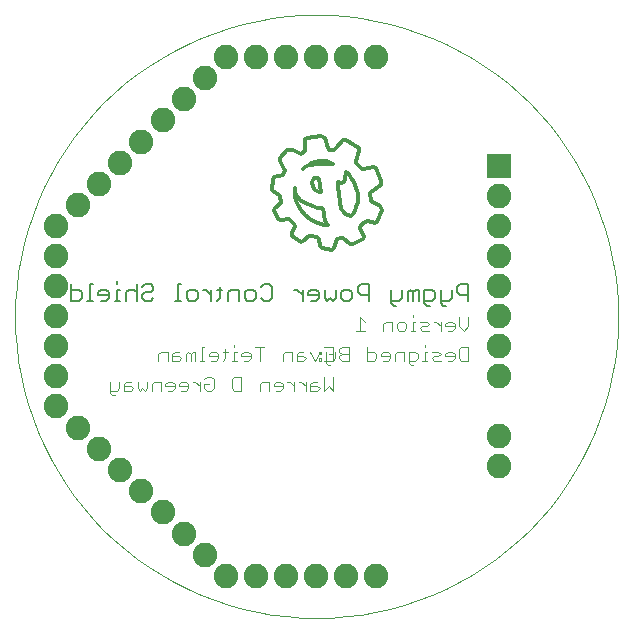
<source format=gbo>
G75*
G70*
%OFA0B0*%
%FSLAX24Y24*%
%IPPOS*%
%LPD*%
%AMOC8*
5,1,8,0,0,1.08239X$1,22.5*
%
%ADD10C,0.0001*%
%ADD11C,0.0040*%
%ADD12C,0.0050*%
%ADD13C,0.0120*%
%ADD14R,0.0740X0.0740*%
%ADD15R,0.0820X0.0820*%
%ADD16C,0.0740*%
%ADD17C,0.0820*%
D10*
X001374Y014507D02*
X001386Y015000D01*
X001422Y015492D01*
X001483Y015982D01*
X001567Y016468D01*
X001675Y016949D01*
X001807Y017424D01*
X001961Y017893D01*
X002139Y018353D01*
X002339Y018804D01*
X002561Y019245D01*
X002804Y019674D01*
X003068Y020090D01*
X003352Y020494D01*
X003655Y020883D01*
X003977Y021256D01*
X004318Y021613D01*
X004675Y021954D01*
X005048Y022276D01*
X005437Y022579D01*
X005841Y022863D01*
X006257Y023127D01*
X006686Y023370D01*
X007127Y023592D01*
X007578Y023792D01*
X008038Y023970D01*
X008507Y024124D01*
X008982Y024256D01*
X009463Y024364D01*
X009949Y024448D01*
X010439Y024509D01*
X010931Y024545D01*
X011424Y024557D01*
X011917Y024545D01*
X012409Y024509D01*
X012899Y024448D01*
X013385Y024364D01*
X013866Y024256D01*
X014341Y024124D01*
X014810Y023970D01*
X015270Y023792D01*
X015721Y023592D01*
X016162Y023370D01*
X016591Y023127D01*
X017007Y022863D01*
X017411Y022579D01*
X017800Y022276D01*
X018173Y021954D01*
X018530Y021613D01*
X018871Y021256D01*
X019193Y020883D01*
X019496Y020494D01*
X019780Y020090D01*
X020044Y019674D01*
X020287Y019245D01*
X020509Y018804D01*
X020709Y018353D01*
X020887Y017893D01*
X021041Y017424D01*
X021173Y016949D01*
X021281Y016468D01*
X021365Y015982D01*
X021426Y015492D01*
X021462Y015000D01*
X021474Y014507D01*
X021462Y014014D01*
X021426Y013522D01*
X021365Y013032D01*
X021281Y012546D01*
X021173Y012065D01*
X021041Y011590D01*
X020887Y011121D01*
X020709Y010661D01*
X020509Y010210D01*
X020287Y009769D01*
X020044Y009340D01*
X019780Y008924D01*
X019496Y008520D01*
X019193Y008131D01*
X018871Y007758D01*
X018530Y007401D01*
X018173Y007060D01*
X017800Y006738D01*
X017411Y006435D01*
X017007Y006151D01*
X016591Y005887D01*
X016162Y005644D01*
X015721Y005422D01*
X015270Y005222D01*
X014810Y005044D01*
X014341Y004890D01*
X013866Y004758D01*
X013385Y004650D01*
X012899Y004566D01*
X012409Y004505D01*
X011917Y004469D01*
X011424Y004457D01*
X010931Y004469D01*
X010439Y004505D01*
X009949Y004566D01*
X009463Y004650D01*
X008982Y004758D01*
X008507Y004890D01*
X008038Y005044D01*
X007578Y005222D01*
X007127Y005422D01*
X006686Y005644D01*
X006257Y005887D01*
X005841Y006151D01*
X005437Y006435D01*
X005048Y006738D01*
X004675Y007060D01*
X004318Y007401D01*
X003977Y007758D01*
X003655Y008131D01*
X003352Y008520D01*
X003068Y008924D01*
X002804Y009340D01*
X002561Y009769D01*
X002339Y010210D01*
X002139Y010661D01*
X001961Y011121D01*
X001807Y011590D01*
X001675Y012065D01*
X001567Y012546D01*
X001483Y013032D01*
X001422Y013522D01*
X001386Y014014D01*
X001374Y014507D01*
D11*
X004542Y012334D02*
X004542Y011951D01*
X004618Y011874D01*
X004695Y011874D01*
X004772Y012027D02*
X004542Y012027D01*
X004772Y012027D02*
X004848Y012104D01*
X004848Y012334D01*
X005002Y012258D02*
X005079Y012334D01*
X005232Y012334D01*
X005232Y012181D02*
X005002Y012181D01*
X005002Y012258D02*
X005002Y012027D01*
X005232Y012027D01*
X005309Y012104D01*
X005232Y012181D01*
X005462Y012104D02*
X005462Y012334D01*
X005462Y012104D02*
X005539Y012027D01*
X005616Y012104D01*
X005692Y012027D01*
X005769Y012104D01*
X005769Y012334D01*
X005923Y012258D02*
X005923Y012027D01*
X005923Y012258D02*
X005999Y012334D01*
X006230Y012334D01*
X006230Y012027D01*
X006383Y012181D02*
X006690Y012181D01*
X006690Y012258D02*
X006613Y012334D01*
X006460Y012334D01*
X006383Y012258D01*
X006383Y012181D01*
X006460Y012027D02*
X006613Y012027D01*
X006690Y012104D01*
X006690Y012258D01*
X006843Y012258D02*
X006920Y012334D01*
X007074Y012334D01*
X007150Y012258D01*
X007150Y012104D01*
X007074Y012027D01*
X006920Y012027D01*
X006843Y012181D02*
X007150Y012181D01*
X007304Y012334D02*
X007380Y012334D01*
X007534Y012181D01*
X007534Y012334D02*
X007534Y012027D01*
X007687Y012104D02*
X007687Y012258D01*
X007841Y012258D01*
X007994Y012411D02*
X007994Y012104D01*
X007918Y012027D01*
X007764Y012027D01*
X007687Y012104D01*
X007687Y012411D02*
X007764Y012488D01*
X007918Y012488D01*
X007994Y012411D01*
X008608Y012411D02*
X008608Y012104D01*
X008685Y012027D01*
X008915Y012027D01*
X008915Y012488D01*
X008685Y012488D01*
X008608Y012411D01*
X008608Y013027D02*
X008761Y013027D01*
X008685Y013027D02*
X008685Y013334D01*
X008761Y013334D01*
X008685Y013488D02*
X008685Y013564D01*
X008455Y013334D02*
X008301Y013334D01*
X008378Y013411D02*
X008378Y013104D01*
X008301Y013027D01*
X008148Y013104D02*
X008148Y013258D01*
X008071Y013334D01*
X007918Y013334D01*
X007841Y013258D01*
X007841Y013181D01*
X008148Y013181D01*
X008148Y013104D02*
X008071Y013027D01*
X007918Y013027D01*
X007687Y013027D02*
X007534Y013027D01*
X007611Y013027D02*
X007611Y013488D01*
X007687Y013488D01*
X007380Y013334D02*
X007380Y013027D01*
X007227Y013027D02*
X007227Y013258D01*
X007150Y013334D01*
X007074Y013258D01*
X007074Y013027D01*
X006920Y013104D02*
X006843Y013181D01*
X006613Y013181D01*
X006613Y013258D02*
X006613Y013027D01*
X006843Y013027D01*
X006920Y013104D01*
X006843Y013334D02*
X006690Y013334D01*
X006613Y013258D01*
X006460Y013334D02*
X006460Y013027D01*
X006153Y013027D02*
X006153Y013258D01*
X006230Y013334D01*
X006460Y013334D01*
X007227Y013258D02*
X007304Y013334D01*
X007380Y013334D01*
X006843Y012258D02*
X006843Y012181D01*
X008915Y013181D02*
X009222Y013181D01*
X009222Y013104D02*
X009222Y013258D01*
X009145Y013334D01*
X008992Y013334D01*
X008915Y013258D01*
X008915Y013181D01*
X008992Y013027D02*
X009145Y013027D01*
X009222Y013104D01*
X009529Y013027D02*
X009529Y013488D01*
X009682Y013488D02*
X009375Y013488D01*
X010296Y013258D02*
X010296Y013027D01*
X010296Y013258D02*
X010373Y013334D01*
X010603Y013334D01*
X010603Y013027D01*
X010756Y013027D02*
X010987Y013027D01*
X011063Y013104D01*
X010987Y013181D01*
X010756Y013181D01*
X010756Y013258D02*
X010756Y013027D01*
X010756Y013258D02*
X010833Y013334D01*
X010987Y013334D01*
X011217Y013334D02*
X011370Y013027D01*
X011524Y013334D01*
X011497Y013334D02*
X011497Y013258D01*
X011574Y013258D01*
X011574Y013334D01*
X011497Y013334D01*
X011497Y013104D02*
X011497Y013027D01*
X011574Y013027D01*
X011574Y013104D01*
X011497Y013104D01*
X011677Y013027D02*
X011984Y013027D01*
X011984Y013488D01*
X011677Y013488D01*
X011727Y013334D02*
X011727Y012951D01*
X011804Y012874D01*
X011880Y012874D01*
X011957Y013027D02*
X011727Y013027D01*
X011957Y013027D02*
X012034Y013104D01*
X012034Y013334D01*
X011984Y013258D02*
X011831Y013258D01*
X012187Y013334D02*
X012264Y013258D01*
X012494Y013258D01*
X012494Y013488D02*
X012264Y013488D01*
X012187Y013411D01*
X012187Y013334D01*
X012264Y013258D02*
X012187Y013181D01*
X012187Y013104D01*
X012264Y013027D01*
X012494Y013027D01*
X012494Y013488D01*
X012724Y014027D02*
X013031Y014027D01*
X012878Y014027D02*
X012878Y014488D01*
X013031Y014334D01*
X013645Y014258D02*
X013645Y014027D01*
X013645Y014258D02*
X013722Y014334D01*
X013952Y014334D01*
X013952Y014027D01*
X014105Y014104D02*
X014105Y014258D01*
X014182Y014334D01*
X014336Y014334D01*
X014412Y014258D01*
X014412Y014104D01*
X014336Y014027D01*
X014182Y014027D01*
X014105Y014104D01*
X014566Y014027D02*
X014719Y014027D01*
X014643Y014027D02*
X014643Y014334D01*
X014719Y014334D01*
X014873Y014334D02*
X015103Y014334D01*
X015180Y014258D01*
X015103Y014181D01*
X014949Y014181D01*
X014873Y014104D01*
X014949Y014027D01*
X015180Y014027D01*
X015333Y014334D02*
X015410Y014334D01*
X015563Y014181D01*
X015563Y014334D02*
X015563Y014027D01*
X015717Y014181D02*
X016024Y014181D01*
X016024Y014258D02*
X015947Y014334D01*
X015793Y014334D01*
X015717Y014258D01*
X015717Y014181D01*
X015793Y014027D02*
X015947Y014027D01*
X016024Y014104D01*
X016024Y014258D01*
X016177Y014181D02*
X016177Y014488D01*
X016484Y014488D02*
X016484Y014181D01*
X016331Y014027D01*
X016177Y014181D01*
X016254Y013488D02*
X016484Y013488D01*
X016484Y013027D01*
X016254Y013027D01*
X016177Y013104D01*
X016177Y013411D01*
X016254Y013488D01*
X016024Y013258D02*
X015947Y013334D01*
X015793Y013334D01*
X015717Y013258D01*
X015717Y013181D01*
X016024Y013181D01*
X016024Y013104D02*
X016024Y013258D01*
X016024Y013104D02*
X015947Y013027D01*
X015793Y013027D01*
X015563Y013027D02*
X015333Y013027D01*
X015256Y013104D01*
X015333Y013181D01*
X015487Y013181D01*
X015563Y013258D01*
X015487Y013334D01*
X015256Y013334D01*
X015103Y013334D02*
X015026Y013334D01*
X015026Y013027D01*
X015103Y013027D02*
X014949Y013027D01*
X014796Y013104D02*
X014719Y013027D01*
X014489Y013027D01*
X014489Y012951D02*
X014489Y013334D01*
X014719Y013334D01*
X014796Y013258D01*
X014796Y013104D01*
X014643Y012874D02*
X014566Y012874D01*
X014489Y012951D01*
X014336Y013027D02*
X014336Y013334D01*
X014105Y013334D01*
X014029Y013258D01*
X014029Y013027D01*
X013875Y013104D02*
X013875Y013258D01*
X013799Y013334D01*
X013645Y013334D01*
X013568Y013258D01*
X013568Y013181D01*
X013875Y013181D01*
X013875Y013104D02*
X013799Y013027D01*
X013645Y013027D01*
X013415Y013104D02*
X013415Y013258D01*
X013338Y013334D01*
X013108Y013334D01*
X013108Y013488D02*
X013108Y013027D01*
X013338Y013027D01*
X013415Y013104D01*
X011984Y012488D02*
X011984Y012027D01*
X011831Y012181D01*
X011677Y012027D01*
X011677Y012488D01*
X011447Y012334D02*
X011293Y012334D01*
X011217Y012258D01*
X011217Y012027D01*
X011447Y012027D01*
X011524Y012104D01*
X011447Y012181D01*
X011217Y012181D01*
X011063Y012181D02*
X010910Y012334D01*
X010833Y012334D01*
X010680Y012334D02*
X010680Y012027D01*
X010680Y012181D02*
X010526Y012334D01*
X010449Y012334D01*
X010296Y012258D02*
X010219Y012334D01*
X010066Y012334D01*
X009989Y012258D01*
X009989Y012181D01*
X010296Y012181D01*
X010296Y012104D02*
X010296Y012258D01*
X010296Y012104D02*
X010219Y012027D01*
X010066Y012027D01*
X009836Y012027D02*
X009836Y012334D01*
X009605Y012334D01*
X009529Y012258D01*
X009529Y012027D01*
X011063Y012027D02*
X011063Y012334D01*
X014643Y014488D02*
X014643Y014564D01*
X015026Y013564D02*
X015026Y013488D01*
D12*
X015099Y014849D02*
X015007Y014941D01*
X015007Y015399D01*
X015282Y015399D01*
X015374Y015308D01*
X015374Y015124D01*
X015282Y015032D01*
X015007Y015032D01*
X014822Y015032D02*
X014822Y015399D01*
X014730Y015399D01*
X014638Y015308D01*
X014546Y015399D01*
X014455Y015308D01*
X014455Y015032D01*
X014638Y015032D02*
X014638Y015308D01*
X014269Y015399D02*
X014269Y015124D01*
X014177Y015032D01*
X013902Y015032D01*
X013902Y014941D02*
X013994Y014849D01*
X014086Y014849D01*
X013902Y014941D02*
X013902Y015399D01*
X013164Y015216D02*
X012889Y015216D01*
X012797Y015308D01*
X012797Y015491D01*
X012889Y015583D01*
X013164Y015583D01*
X013164Y015032D01*
X012612Y015124D02*
X012520Y015032D01*
X012337Y015032D01*
X012245Y015124D01*
X012245Y015308D01*
X012337Y015399D01*
X012520Y015399D01*
X012612Y015308D01*
X012612Y015124D01*
X012059Y015124D02*
X011968Y015032D01*
X011876Y015124D01*
X011784Y015032D01*
X011692Y015124D01*
X011692Y015399D01*
X011507Y015308D02*
X011415Y015399D01*
X011232Y015399D01*
X011140Y015308D01*
X011140Y015216D01*
X011507Y015216D01*
X011507Y015124D02*
X011507Y015308D01*
X011507Y015124D02*
X011415Y015032D01*
X011232Y015032D01*
X010955Y015032D02*
X010955Y015399D01*
X010955Y015216D02*
X010771Y015399D01*
X010679Y015399D01*
X009942Y015491D02*
X009942Y015124D01*
X009850Y015032D01*
X009667Y015032D01*
X009575Y015124D01*
X009389Y015124D02*
X009298Y015032D01*
X009114Y015032D01*
X009022Y015124D01*
X009022Y015308D01*
X009114Y015399D01*
X009298Y015399D01*
X009389Y015308D01*
X009389Y015124D01*
X009575Y015491D02*
X009667Y015583D01*
X009850Y015583D01*
X009942Y015491D01*
X008837Y015399D02*
X008837Y015032D01*
X008470Y015032D02*
X008470Y015308D01*
X008562Y015399D01*
X008837Y015399D01*
X008284Y015399D02*
X008101Y015399D01*
X008193Y015491D02*
X008193Y015124D01*
X008101Y015032D01*
X007916Y015032D02*
X007916Y015399D01*
X007916Y015216D02*
X007733Y015399D01*
X007641Y015399D01*
X007456Y015308D02*
X007456Y015124D01*
X007364Y015032D01*
X007181Y015032D01*
X007089Y015124D01*
X007089Y015308D01*
X007181Y015399D01*
X007364Y015399D01*
X007456Y015308D01*
X006903Y015583D02*
X006812Y015583D01*
X006812Y015032D01*
X006903Y015032D02*
X006720Y015032D01*
X005983Y015124D02*
X005891Y015032D01*
X005707Y015032D01*
X005616Y015124D01*
X005616Y015216D01*
X005707Y015308D01*
X005891Y015308D01*
X005983Y015399D01*
X005983Y015491D01*
X005891Y015583D01*
X005707Y015583D01*
X005616Y015491D01*
X005430Y015583D02*
X005430Y015032D01*
X005430Y015308D02*
X005338Y015399D01*
X005155Y015399D01*
X005063Y015308D01*
X005063Y015032D01*
X004878Y015032D02*
X004694Y015032D01*
X004786Y015032D02*
X004786Y015399D01*
X004878Y015399D01*
X004786Y015583D02*
X004786Y015675D01*
X004509Y015308D02*
X004418Y015399D01*
X004234Y015399D01*
X004142Y015308D01*
X004142Y015216D01*
X004509Y015216D01*
X004509Y015124D02*
X004509Y015308D01*
X004509Y015124D02*
X004418Y015032D01*
X004234Y015032D01*
X003957Y015032D02*
X003773Y015032D01*
X003865Y015032D02*
X003865Y015583D01*
X003957Y015583D01*
X003589Y015308D02*
X003497Y015399D01*
X003222Y015399D01*
X003222Y015583D02*
X003222Y015032D01*
X003497Y015032D01*
X003589Y015124D01*
X003589Y015308D01*
X012059Y015399D02*
X012059Y015124D01*
X015099Y014849D02*
X015191Y014849D01*
X015560Y014941D02*
X015560Y015399D01*
X015926Y015399D02*
X015926Y015124D01*
X015835Y015032D01*
X015560Y015032D01*
X015560Y014941D02*
X015651Y014849D01*
X015743Y014849D01*
X016112Y015308D02*
X016204Y015216D01*
X016479Y015216D01*
X016479Y015032D02*
X016479Y015583D01*
X016204Y015583D01*
X016112Y015491D01*
X016112Y015308D01*
D13*
X013439Y017667D02*
X013604Y018057D01*
X013544Y018177D01*
X013229Y018357D01*
X013199Y018612D01*
X013229Y018657D01*
X013574Y018897D01*
X013574Y019032D01*
X013394Y019467D01*
X013304Y019497D01*
X013019Y019437D01*
X012929Y019437D01*
X012749Y019617D01*
X012734Y019692D01*
X012854Y020007D01*
X012839Y020112D01*
X012419Y020382D01*
X012314Y020382D01*
X012059Y020112D01*
X012014Y020052D01*
X011834Y020052D01*
X011789Y020112D01*
X011699Y020442D01*
X011579Y020517D01*
X011114Y020457D01*
X011054Y020412D01*
X011039Y020007D01*
X010904Y019917D01*
X010649Y020067D01*
X010439Y020067D01*
X010199Y019782D01*
X010199Y019677D01*
X010349Y019422D01*
X010364Y019377D01*
X010304Y019227D01*
X010019Y019167D01*
X009959Y019092D01*
X009929Y018732D01*
X009974Y018672D01*
X010169Y018567D01*
X010214Y018507D01*
X010244Y018297D01*
X010049Y018132D01*
X010004Y018042D01*
X010139Y017742D01*
X010229Y017712D01*
X010499Y017757D01*
X010679Y017592D01*
X010694Y017532D01*
X010619Y017277D01*
X010619Y017187D01*
X010889Y016992D01*
X010979Y017022D01*
X011174Y017202D01*
X011234Y017202D01*
X011444Y017142D01*
X011489Y017097D01*
X011549Y016842D01*
X011594Y016782D01*
X011954Y016737D01*
X012014Y016797D01*
X012089Y017097D01*
X012239Y017127D01*
X012314Y017112D01*
X012554Y016917D01*
X012644Y016917D01*
X012959Y017082D01*
X012989Y017157D01*
X012884Y017457D01*
X012899Y017547D01*
X013034Y017667D01*
X013124Y017682D01*
X013364Y017637D01*
X013439Y017667D01*
X012689Y018027D02*
X012749Y018147D01*
X012794Y018327D01*
X012794Y018612D01*
X012779Y018702D01*
X012659Y019002D01*
X012569Y019137D01*
X012494Y019242D01*
X012419Y019317D01*
X012374Y019092D01*
X012344Y019002D01*
X012284Y018957D01*
X012239Y018957D01*
X012134Y019002D01*
X012149Y018837D01*
X012179Y018597D01*
X012209Y018312D01*
X012239Y018102D01*
X012299Y018012D01*
X012374Y017937D01*
X012464Y017892D01*
X012569Y017862D01*
X012629Y017937D01*
X012689Y018027D01*
X011819Y017562D02*
X011744Y017622D01*
X011714Y017712D01*
X011684Y017847D01*
X011669Y017967D01*
X011654Y018072D01*
X011609Y018117D01*
X011429Y018132D01*
X011309Y018177D01*
X011039Y018282D01*
X010859Y018402D01*
X010769Y018522D01*
X010694Y018642D01*
X010694Y018777D01*
X010694Y018642D02*
X010709Y018477D01*
X010739Y018342D01*
X010799Y018207D01*
X010904Y018042D01*
X011024Y017892D01*
X011204Y017757D01*
X011369Y017652D01*
X011669Y017562D01*
X011819Y017562D01*
X011564Y018642D02*
X011489Y018657D01*
X011369Y018732D01*
X011294Y018822D01*
X011279Y018972D01*
X011294Y019062D01*
X011354Y019137D01*
X011459Y019137D01*
X011504Y019092D01*
X011564Y018642D01*
X010979Y019407D02*
X011054Y019482D01*
X011159Y019557D01*
X011459Y019587D01*
X011909Y019572D01*
X011984Y019587D01*
X011759Y019677D01*
X011489Y019692D01*
X011249Y019632D01*
X011159Y019557D01*
D14*
X017504Y019507D03*
D15*
X017504Y019507D03*
D16*
X017504Y018507D03*
X017504Y017507D03*
X017504Y016507D03*
X017504Y015507D03*
X017504Y014507D03*
X017504Y013507D03*
X017504Y012507D03*
X017504Y010507D03*
X017504Y009507D03*
X013411Y005851D03*
X012411Y005851D03*
X011411Y005851D03*
X010411Y005851D03*
X009411Y005851D03*
X008411Y005851D03*
X007704Y006558D03*
X006997Y007265D03*
X006290Y007972D03*
X005583Y008679D03*
X004875Y009386D03*
X004168Y010093D03*
X003461Y010800D03*
X002754Y011507D03*
X002754Y012507D03*
X002754Y013507D03*
X002754Y014507D03*
X002754Y015507D03*
X002754Y016507D03*
X002754Y017507D03*
X003461Y018214D03*
X004168Y018922D03*
X004875Y019629D03*
X005583Y020336D03*
X006290Y021043D03*
X006997Y021750D03*
X007704Y022457D03*
X008411Y023164D03*
X009411Y023164D03*
X010411Y023164D03*
X011411Y023164D03*
X012411Y023164D03*
X013411Y023164D03*
D17*
X007704Y006558D03*
X008411Y005851D03*
X009411Y005851D03*
X010411Y005851D03*
X011411Y005851D03*
X012411Y005851D03*
X013411Y005851D03*
X017504Y009507D03*
X017504Y010507D03*
X017504Y012507D03*
X017504Y013507D03*
X017504Y014507D03*
X017504Y015507D03*
X017504Y016507D03*
X017504Y017507D03*
X017504Y018507D03*
X013411Y023164D03*
X012411Y023164D03*
X011411Y023164D03*
X010411Y023164D03*
X009411Y023164D03*
X008411Y023164D03*
X007704Y022457D03*
X006997Y021750D03*
X006290Y021043D03*
X005583Y020336D03*
X004875Y019629D03*
X004168Y018922D03*
X003461Y018214D03*
X002754Y017507D03*
X002754Y016507D03*
X002754Y015507D03*
X002754Y014507D03*
X002754Y013507D03*
X002754Y012507D03*
X002754Y011507D03*
X003461Y010800D03*
X004168Y010093D03*
X004875Y009386D03*
X005583Y008679D03*
X006290Y007972D03*
X006997Y007265D03*
M02*

</source>
